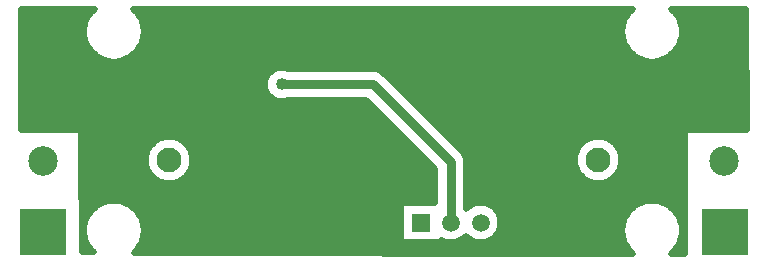
<source format=gbr>
G04 DipTrace 3.3.1.0*
G04 Bottom.gbr*
%MOMM*%
G04 #@! TF.FileFunction,Copper,L2,Bot*
G04 #@! TF.Part,Single*
G04 #@! TA.AperFunction,Conductor*
%ADD14C,0.8*%
G04 #@! TA.AperFunction,CopperBalancing*
%ADD15C,0.5*%
G04 #@! TA.AperFunction,ComponentPad*
%ADD19C,2.1*%
%ADD24R,4.0X4.0*%
%ADD25R,1.5X1.5*%
%ADD26C,1.5*%
%ADD30C,2.5*%
G04 #@! TA.AperFunction,ViaPad*
%ADD31C,1.016*%
%FSLAX35Y35*%
G04*
G71*
G90*
G75*
G01*
G04 Bottom*
%LPD*%
X3261050Y2490050D2*
D14*
X4034327D1*
X4692850Y1831527D1*
Y1321400D1*
D31*
X3261050Y2490050D3*
X3873373Y1142877D3*
X3746377D3*
X3619373D3*
X3492380D3*
X3365373Y1142873D3*
X3238380D3*
X3111377D3*
X2984383D3*
X2857373Y1142877D3*
X2730380D3*
X3873373Y1269877D3*
X3746380Y1269880D3*
X3619377Y1269877D3*
X3492383D3*
X3365377D3*
X3238383D3*
X3111380D3*
X2984387D3*
X2857377D3*
X2730383D3*
X3873370Y1396870D3*
X3746377Y1396877D3*
X3619370Y1396870D3*
X3492377D3*
X3365373D3*
X3238377D3*
X3111373D3*
X2984380D3*
X2857370D3*
X2730377D3*
X3873370Y1523873D3*
X3746380Y1523877D3*
X3619377Y1523873D3*
X3492380D3*
X3365377D3*
X3238383D3*
X3111380D3*
X2984383D3*
X2857377D3*
X2730380D3*
X3873370Y1650870D3*
X3746373Y1650873D3*
X3619370Y1650870D3*
X3492377D3*
X3365373D3*
X3238377D3*
X3111373D3*
X2984380D3*
X2857370D3*
X2730377D3*
X3873370Y1777873D3*
X3746380Y1777877D3*
X3619377Y1777873D3*
X3492380D3*
X3365377D3*
X3238383D3*
X3111380D3*
X2984383D3*
X2857377D3*
X2730380D3*
X3873370Y1904870D3*
X3746373Y1904873D3*
X3619367Y1904870D3*
X3492377D3*
X3365373D3*
X3238373D3*
X3111373D3*
X2984380D3*
X6222873Y2412877D3*
X6365750D3*
X6508620D3*
X6651500D3*
X6222877Y2269997D3*
X6365753D3*
X6508623Y2270000D3*
X6651500D3*
X2190623Y2984377D3*
X2333500D3*
X2476370D3*
X2619250D3*
X2190627Y2841497D3*
X2333503D3*
X2476373Y2841500D3*
X2619250D3*
X2762120Y2984377D3*
X2905000D3*
X2762123Y2841500D3*
X2905000D3*
X1635000Y2428750D3*
X1777877D3*
X1920747D3*
X1635003Y2285870D3*
X1777880D3*
X1920750Y2285877D3*
X1062890Y3083083D2*
D15*
X1630023D1*
X2052733D2*
X6186130D1*
X6608930D2*
X7191833D1*
X1062890Y3033417D2*
X1602590D1*
X2080167D2*
X6158697D1*
X6636273D2*
X7191927D1*
X1062797Y2983750D2*
X1587823D1*
X2094933D2*
X6143930D1*
X6651130D2*
X7191927D1*
X1062707Y2934083D2*
X1583357D1*
X2099400D2*
X6139557D1*
X6655507D2*
X7192017D1*
X1062707Y2884417D2*
X1588827D1*
X2093930D2*
X6144933D1*
X6650037D2*
X7192107D1*
X1062617Y2834750D2*
X1604870D1*
X2077890D2*
X6160977D1*
X6633997D2*
X7192107D1*
X1062523Y2785083D2*
X1633853D1*
X2048903D2*
X6189960D1*
X6605013D2*
X7192200D1*
X1062523Y2735417D2*
X1683163D1*
X1999597D2*
X6239270D1*
X6555703D2*
X7192200D1*
X1062433Y2685750D2*
X1804660D1*
X1878097D2*
X6360767D1*
X6434297D2*
X7192290D1*
X1062433Y2636083D2*
X7192380D1*
X1062343Y2586417D2*
X3149333D1*
X4130950D2*
X7192380D1*
X1062250Y2536750D2*
X3120077D1*
X4180713D2*
X7192473D1*
X1062250Y2487083D2*
X3112237D1*
X4230390D2*
X7192563D1*
X1062160Y2437417D2*
X3122263D1*
X4280063D2*
X7192563D1*
X1062070Y2387750D2*
X3154987D1*
X4329737D2*
X7192653D1*
X1062070Y2338083D2*
X3993163D1*
X4379413D2*
X7192653D1*
X1061977Y2288417D2*
X4042837D1*
X4429087D2*
X7192747D1*
X1061977Y2238750D2*
X4092513D1*
X4478763D2*
X7192837D1*
X1061887Y2189083D2*
X4142187D1*
X4528347D2*
X7192837D1*
X1061797Y2139417D2*
X4191860D1*
X4578020D2*
X7192930D1*
X1567563Y2089750D2*
X4241537D1*
X4627693D2*
X6671300D1*
X1569843Y2040083D2*
X2247263D1*
X2369190D2*
X4291210D1*
X4677370D2*
X5876873D1*
X6006000D2*
X6669113D1*
X1569933Y1990417D2*
X2163500D1*
X2452953D2*
X4340883D1*
X4727043D2*
X5795570D1*
X6087303D2*
X6669113D1*
X1570117Y1940750D2*
X2127227D1*
X2489320D2*
X4390560D1*
X4776717D2*
X5759843D1*
X6123033D2*
X6669113D1*
X1570207Y1891083D2*
X2109543D1*
X2507003D2*
X4440233D1*
X4816730D2*
X5742433D1*
X6140350D2*
X6669113D1*
X1570297Y1841417D2*
X2105440D1*
X2511013D2*
X4489907D1*
X4830493D2*
X5738697D1*
X6144180D2*
X6669113D1*
X1570390Y1791750D2*
X2114100D1*
X2502447D2*
X4539490D1*
X4830857D2*
X5747537D1*
X6135247D2*
X6669113D1*
X1570570Y1742083D2*
X2137343D1*
X2479113D2*
X4554893D1*
X4830857D2*
X5771237D1*
X6111640D2*
X6669113D1*
X1570663Y1692417D2*
X2183553D1*
X2432903D2*
X4554893D1*
X4830857D2*
X5818177D1*
X6064607D2*
X6669113D1*
X1570753Y1642750D2*
X4554893D1*
X4830857D2*
X6669113D1*
X1570847Y1593083D2*
X4554893D1*
X4830857D2*
X6669113D1*
X1571027Y1543417D2*
X4554893D1*
X4830857D2*
X6669113D1*
X1571120Y1493750D2*
X1755533D1*
X1927133D2*
X4554893D1*
X4830857D2*
X6311730D1*
X6483333D2*
X6669113D1*
X1571210Y1444083D2*
X1669400D1*
X2013357D2*
X4265870D1*
X5066653D2*
X6225507D1*
X6569463D2*
X6669113D1*
X1571300Y1394417D2*
X1625923D1*
X2056833D2*
X4265870D1*
X5103110D2*
X6182030D1*
X6612940D2*
X6669113D1*
X1571483Y1344750D2*
X1600220D1*
X2082537D2*
X4265870D1*
X5118240D2*
X6156327D1*
X6638643D2*
X6669187D1*
X1571573Y1295083D2*
X1586687D1*
X2096027D2*
X4265870D1*
X5117787D2*
X6142837D1*
X6652133D2*
X6669100D1*
X2099217Y1245417D2*
X4265870D1*
X5101653D2*
X6139647D1*
X1571757Y1195750D2*
X1590193D1*
X2092563D2*
X4265870D1*
X4809347D2*
X4830293D1*
X5063370D2*
X6146300D1*
X6648670D2*
X6669180D1*
X1571940Y1146083D2*
X1607513D1*
X2075247D2*
X6163710D1*
X6631353D2*
X6669113D1*
X1572030Y1096417D2*
X1638410D1*
X2044347D2*
X6194607D1*
X6600453D2*
X6669113D1*
X2505640Y1834617D2*
X2503813Y1819177D1*
X2500780Y1803927D1*
X2496560Y1788963D1*
X2491177Y1774380D1*
X2484670Y1760260D1*
X2477073Y1746697D1*
X2468437Y1733770D1*
X2458810Y1721560D1*
X2448257Y1710143D1*
X2436840Y1699590D1*
X2424630Y1689963D1*
X2411703Y1681327D1*
X2398140Y1673730D1*
X2384020Y1667223D1*
X2369437Y1661840D1*
X2354473Y1657620D1*
X2339223Y1654587D1*
X2323783Y1652760D1*
X2308250Y1652150D1*
X2292717Y1652760D1*
X2277277Y1654587D1*
X2262027Y1657620D1*
X2247063Y1661840D1*
X2232480Y1667223D1*
X2218360Y1673730D1*
X2204797Y1681327D1*
X2191870Y1689963D1*
X2179660Y1699590D1*
X2168243Y1710143D1*
X2157690Y1721560D1*
X2148063Y1733770D1*
X2139427Y1746697D1*
X2131830Y1760260D1*
X2125323Y1774380D1*
X2119940Y1788963D1*
X2115720Y1803927D1*
X2112687Y1819177D1*
X2110860Y1834617D1*
X2110250Y1850150D1*
X2110860Y1865683D1*
X2112687Y1881123D1*
X2115720Y1896373D1*
X2119940Y1911337D1*
X2125323Y1925920D1*
X2131830Y1940040D1*
X2139427Y1953603D1*
X2148063Y1966530D1*
X2157690Y1978740D1*
X2168243Y1990157D1*
X2179660Y2000710D1*
X2191870Y2010337D1*
X2204797Y2018973D1*
X2218360Y2026570D1*
X2232480Y2033077D1*
X2247063Y2038460D1*
X2262027Y2042680D1*
X2277277Y2045713D1*
X2292717Y2047540D1*
X2308250Y2048150D1*
X2323783Y2047540D1*
X2339223Y2045713D1*
X2354473Y2042680D1*
X2369437Y2038460D1*
X2384020Y2033077D1*
X2398140Y2026570D1*
X2411703Y2018973D1*
X2424630Y2010337D1*
X2436840Y2000710D1*
X2448257Y1990157D1*
X2458810Y1978740D1*
X2468437Y1966530D1*
X2477073Y1953603D1*
X2484670Y1940040D1*
X2491177Y1925920D1*
X2496560Y1911337D1*
X2500780Y1896373D1*
X2503813Y1881123D1*
X2505640Y1865683D1*
X2506250Y1850150D1*
X2505640Y1834617D1*
X6138813Y1835717D2*
X6136987Y1820277D1*
X6133953Y1805027D1*
X6129733Y1790063D1*
X6124350Y1775480D1*
X6117843Y1761360D1*
X6110247Y1747797D1*
X6101610Y1734870D1*
X6091983Y1722660D1*
X6081430Y1711243D1*
X6070013Y1700690D1*
X6057803Y1691063D1*
X6044877Y1682427D1*
X6031313Y1674830D1*
X6017193Y1668323D1*
X6002610Y1662940D1*
X5987647Y1658720D1*
X5972397Y1655687D1*
X5956957Y1653860D1*
X5941423Y1653250D1*
X5925890Y1653860D1*
X5910450Y1655687D1*
X5895200Y1658720D1*
X5880237Y1662940D1*
X5865653Y1668323D1*
X5851533Y1674830D1*
X5837970Y1682427D1*
X5825043Y1691063D1*
X5812833Y1700690D1*
X5801417Y1711243D1*
X5790863Y1722660D1*
X5781237Y1734870D1*
X5772600Y1747797D1*
X5765003Y1761360D1*
X5758497Y1775480D1*
X5753113Y1790063D1*
X5748893Y1805027D1*
X5745860Y1820277D1*
X5744033Y1835717D1*
X5743423Y1851250D1*
X5744033Y1866783D1*
X5745860Y1882223D1*
X5748893Y1897473D1*
X5753113Y1912437D1*
X5758497Y1927020D1*
X5765003Y1941140D1*
X5772600Y1954703D1*
X5781237Y1967630D1*
X5790863Y1979840D1*
X5801417Y1991257D1*
X5812833Y2001810D1*
X5825043Y2011437D1*
X5837970Y2020073D1*
X5851533Y2027670D1*
X5865653Y2034177D1*
X5880237Y2039560D1*
X5895200Y2043780D1*
X5910450Y2046813D1*
X5925890Y2048640D1*
X5941423Y2049250D1*
X5956957Y2048640D1*
X5972397Y2046813D1*
X5987647Y2043780D1*
X6002610Y2039560D1*
X6017193Y2034177D1*
X6031313Y2027670D1*
X6044877Y2020073D1*
X6057803Y2011437D1*
X6070013Y2001810D1*
X6081430Y1991257D1*
X6091983Y1979840D1*
X6101610Y1967630D1*
X6110247Y1954703D1*
X6117843Y1941140D1*
X6124350Y1927020D1*
X6129733Y1912437D1*
X6133953Y1897473D1*
X6136987Y1882223D1*
X6138813Y1866783D1*
X6139423Y1851250D1*
X6138813Y1835717D1*
X2093597Y2916900D2*
X2091263Y2897173D1*
X2087387Y2877687D1*
X2081993Y2858570D1*
X2075117Y2839930D1*
X2066800Y2821890D1*
X2057093Y2804557D1*
X2046057Y2788040D1*
X2033760Y2772440D1*
X2020273Y2757853D1*
X2005687Y2744367D1*
X1990087Y2732070D1*
X1973570Y2721033D1*
X1956237Y2711327D1*
X1938197Y2703010D1*
X1919557Y2696133D1*
X1900440Y2690740D1*
X1880953Y2686863D1*
X1861227Y2684530D1*
X1841377Y2683750D1*
X1821527Y2684530D1*
X1801800Y2686863D1*
X1782313Y2690740D1*
X1763197Y2696133D1*
X1744557Y2703010D1*
X1726517Y2711327D1*
X1709183Y2721033D1*
X1692667Y2732070D1*
X1677067Y2744367D1*
X1662480Y2757853D1*
X1648993Y2772440D1*
X1636697Y2788040D1*
X1625660Y2804557D1*
X1615953Y2821890D1*
X1607637Y2839930D1*
X1600760Y2858570D1*
X1595367Y2877687D1*
X1591490Y2897173D1*
X1589157Y2916900D1*
X1588377Y2936750D1*
X1589157Y2956600D1*
X1591490Y2976327D1*
X1595367Y2995813D1*
X1600760Y3014930D1*
X1607637Y3033570D1*
X1615953Y3051610D1*
X1625660Y3068943D1*
X1636697Y3085460D1*
X1648993Y3101060D1*
X1662480Y3115647D1*
X1681637Y3132737D1*
X1058013Y3132750D1*
X1056780Y2104530D1*
X1543660Y2104193D1*
X1551100Y2101777D1*
X1557427Y2097177D1*
X1562027Y2090850D1*
X1564443Y2083410D1*
X1565020Y1962890D1*
X1567087Y1067750D1*
X1670440Y1067497D1*
X1648990Y1089690D1*
X1636693Y1105290D1*
X1625657Y1121807D1*
X1615950Y1139140D1*
X1607633Y1157180D1*
X1600757Y1175820D1*
X1595363Y1194937D1*
X1591487Y1214423D1*
X1589153Y1234150D1*
X1588373Y1254000D1*
X1589153Y1273850D1*
X1591487Y1293577D1*
X1595363Y1313063D1*
X1600757Y1332180D1*
X1607633Y1350820D1*
X1615950Y1368860D1*
X1625657Y1386193D1*
X1636693Y1402710D1*
X1648990Y1418310D1*
X1662477Y1432897D1*
X1677063Y1446383D1*
X1692663Y1458680D1*
X1709180Y1469717D1*
X1726513Y1479423D1*
X1744553Y1487740D1*
X1763193Y1494617D1*
X1782310Y1500010D1*
X1801797Y1503887D1*
X1821523Y1506220D1*
X1841373Y1507000D1*
X1861223Y1506220D1*
X1880950Y1503887D1*
X1900437Y1500010D1*
X1919553Y1494617D1*
X1938193Y1487740D1*
X1956233Y1479423D1*
X1973567Y1469717D1*
X1990083Y1458680D1*
X2005683Y1446383D1*
X2020270Y1432897D1*
X2033757Y1418310D1*
X2046053Y1402710D1*
X2057090Y1386193D1*
X2066797Y1368860D1*
X2075113Y1350820D1*
X2081990Y1332180D1*
X2087383Y1313063D1*
X2091260Y1293577D1*
X2093593Y1273850D1*
X2094373Y1254000D1*
X2093593Y1234150D1*
X2091260Y1214423D1*
X2087383Y1194937D1*
X2081990Y1175820D1*
X2075113Y1157180D1*
X2066797Y1139140D1*
X2057090Y1121807D1*
X2046053Y1105290D1*
X2033757Y1089690D1*
X2020270Y1075103D1*
X2011210Y1066727D1*
X6237927Y1057737D1*
X6218603Y1075103D1*
X6205117Y1089690D1*
X6192820Y1105290D1*
X6181783Y1121807D1*
X6172077Y1139140D1*
X6163760Y1157180D1*
X6156883Y1175820D1*
X6151490Y1194937D1*
X6147613Y1214423D1*
X6145280Y1234150D1*
X6144500Y1254000D1*
X6145280Y1273850D1*
X6147613Y1293577D1*
X6151490Y1313063D1*
X6156883Y1332180D1*
X6163760Y1350820D1*
X6172077Y1368860D1*
X6181783Y1386193D1*
X6192820Y1402710D1*
X6205117Y1418310D1*
X6218603Y1432897D1*
X6233190Y1446383D1*
X6248790Y1458680D1*
X6265307Y1469717D1*
X6282640Y1479423D1*
X6300680Y1487740D1*
X6319320Y1494617D1*
X6338437Y1500010D1*
X6357923Y1503887D1*
X6377650Y1506220D1*
X6397500Y1507000D1*
X6417350Y1506220D1*
X6437077Y1503887D1*
X6456563Y1500010D1*
X6475680Y1494617D1*
X6494320Y1487740D1*
X6512360Y1479423D1*
X6529693Y1469717D1*
X6546210Y1458680D1*
X6561810Y1446383D1*
X6576397Y1432897D1*
X6589883Y1418310D1*
X6602180Y1402710D1*
X6613217Y1386193D1*
X6622923Y1368860D1*
X6631240Y1350820D1*
X6638117Y1332180D1*
X6643510Y1313063D1*
X6647387Y1293577D1*
X6649720Y1273850D1*
X6650500Y1254000D1*
X6649720Y1234150D1*
X6647387Y1214423D1*
X6643510Y1194937D1*
X6638117Y1175820D1*
X6631240Y1157180D1*
X6622923Y1139140D1*
X6613217Y1121807D1*
X6602180Y1105290D1*
X6589883Y1089690D1*
X6576397Y1075103D1*
X6556020Y1057053D1*
X6674150Y1056803D1*
X6674433Y2083410D1*
X6676850Y2090850D1*
X6681450Y2097177D1*
X6687777Y2101777D1*
X6695217Y2104193D1*
X6769127Y2104500D1*
X7197967D1*
X7196780Y3132660D1*
X6557570Y3132750D1*
X6576400Y3115647D1*
X6589887Y3101060D1*
X6602183Y3085460D1*
X6613220Y3068943D1*
X6622927Y3051610D1*
X6631243Y3033570D1*
X6638120Y3014930D1*
X6643513Y2995813D1*
X6647390Y2976327D1*
X6649723Y2956600D1*
X6650503Y2936750D1*
X6649723Y2916900D1*
X6647390Y2897173D1*
X6643513Y2877687D1*
X6638120Y2858570D1*
X6631243Y2839930D1*
X6622927Y2821890D1*
X6613220Y2804557D1*
X6602183Y2788040D1*
X6589887Y2772440D1*
X6576400Y2757853D1*
X6561813Y2744367D1*
X6546213Y2732070D1*
X6529697Y2721033D1*
X6512363Y2711327D1*
X6494323Y2703010D1*
X6475683Y2696133D1*
X6456567Y2690740D1*
X6437080Y2686863D1*
X6417353Y2684530D1*
X6397503Y2683750D1*
X6377653Y2684530D1*
X6357927Y2686863D1*
X6338440Y2690740D1*
X6319323Y2696133D1*
X6300683Y2703010D1*
X6282643Y2711327D1*
X6265310Y2721033D1*
X6248793Y2732070D1*
X6233193Y2744367D1*
X6218607Y2757853D1*
X6205120Y2772440D1*
X6192823Y2788040D1*
X6181787Y2804557D1*
X6172080Y2821890D1*
X6163763Y2839930D1*
X6156887Y2858570D1*
X6151493Y2877687D1*
X6147617Y2897173D1*
X6145283Y2916900D1*
X6144503Y2936750D1*
X6145283Y2956600D1*
X6147617Y2976327D1*
X6151493Y2995813D1*
X6156887Y3014930D1*
X6163763Y3033570D1*
X6172080Y3051610D1*
X6181787Y3068943D1*
X6192823Y3085460D1*
X6205120Y3101060D1*
X6218607Y3115647D1*
X6237763Y3132737D1*
X2001373Y3132750D1*
X2020273Y3115647D1*
X2033760Y3101060D1*
X2046057Y3085460D1*
X2057093Y3068943D1*
X2066800Y3051610D1*
X2075117Y3033570D1*
X2081993Y3014930D1*
X2087387Y2995813D1*
X2091263Y2976327D1*
X2093597Y2956600D1*
X2094377Y2936750D1*
X2093597Y2916900D1*
X4294183Y1489400D2*
X4559873D1*
X4559850Y1776490D1*
X3979250Y2357037D1*
X3315643Y2357050D1*
X3294620Y2350223D1*
X3272333Y2346693D1*
X3249767D1*
X3227480Y2350223D1*
X3206020Y2357197D1*
X3185913Y2367440D1*
X3167660Y2380703D1*
X3151703Y2396660D1*
X3138440Y2414913D1*
X3128197Y2435020D1*
X3121223Y2456480D1*
X3117693Y2478767D1*
Y2501333D1*
X3121223Y2523620D1*
X3128197Y2545080D1*
X3138440Y2565187D1*
X3151703Y2583440D1*
X3167660Y2599397D1*
X3185913Y2612660D1*
X3206020Y2622903D1*
X3227480Y2629877D1*
X3249767Y2633407D1*
X3272333D1*
X3294620Y2629877D1*
X3315707Y2623040D1*
X4044763Y2622640D1*
X4065373Y2619377D1*
X4085223Y2612927D1*
X4103820Y2603450D1*
X4120703Y2591183D1*
X4177870Y2534597D1*
X4793983Y1917903D1*
X4806250Y1901020D1*
X4815727Y1882423D1*
X4822177Y1862573D1*
X4825440Y1841963D1*
X4825850Y1761527D1*
Y1437867D1*
X4837743Y1449147D1*
X4859070Y1464643D1*
X4882560Y1476613D1*
X4907630Y1484757D1*
X4933670Y1488883D1*
X4960030D1*
X4986070Y1484757D1*
X5011140Y1476613D1*
X5034630Y1464643D1*
X5055957Y1449147D1*
X5074597Y1430507D1*
X5090093Y1409180D1*
X5102063Y1385690D1*
X5110207Y1360620D1*
X5114333Y1334580D1*
Y1308220D1*
X5110207Y1282180D1*
X5102063Y1257110D1*
X5090093Y1233620D1*
X5074597Y1212293D1*
X5055957Y1193653D1*
X5034630Y1178157D1*
X5011140Y1166187D1*
X4986070Y1158043D1*
X4960030Y1153917D1*
X4933670D1*
X4907630Y1158043D1*
X4882560Y1166187D1*
X4859070Y1178157D1*
X4837743Y1193653D1*
X4819907Y1211423D1*
X4801957Y1193653D1*
X4780630Y1178157D1*
X4757140Y1166187D1*
X4732070Y1158043D1*
X4706030Y1153917D1*
X4679670D1*
X4653630Y1158043D1*
X4628560Y1166187D1*
X4606823Y1177173D1*
X4606850Y1153400D1*
X4270850D1*
Y1489400D1*
X4294183D1*
D19*
X2308250Y1850150D3*
Y2350150D3*
X5941423Y1851250D3*
Y2351250D3*
D24*
X1242950Y2951150D3*
Y1241927D3*
X7014650Y2951150D3*
Y1241927D3*
D25*
X4438850Y1321400D3*
D26*
X4692850D3*
X4946850D3*
D30*
X1242950Y1842577D3*
Y2342577D3*
X7006700D3*
Y1842577D3*
M02*

</source>
